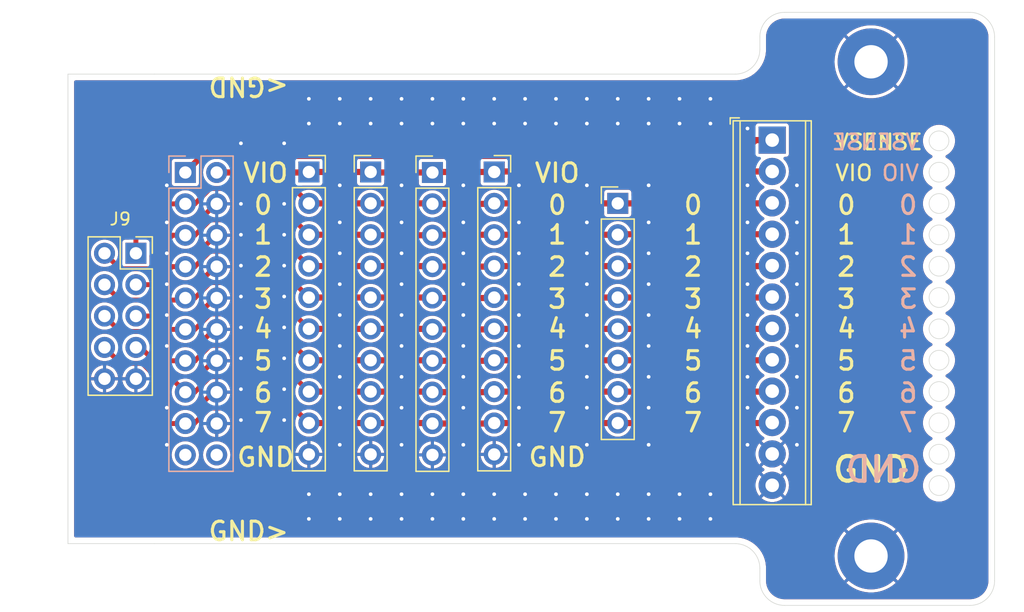
<source format=kicad_pcb>
(kicad_pcb (version 20240108) (generator "pcbnew") (generator_version "8.0")
  (layers (0 "F.Cu" signal) (31 "B.Cu" signal) (34 "B.Paste" user) (35 "F.Paste" user) (36 "B.SilkS" user "B.Silkscreen") (37 "F.SilkS" user "F.Silkscreen") (38 "B.Mask" user) (39 "F.Mask" user) (44 "Edge.Cuts" user))
  (net 0 "")
  (net 3 "VBUS")
  (net 4 "/D4")
  (net 5 "/D2")
  (net 6 "GND")
  (net 7 "/D7")
  (net 8 "/D0")
  (net 9 "/D1")
  (net 10 "/D3")
  (net 11 "/VSENSE")
  (net 12 "/D5")
  (net 13 "/D6")
  (footprint "Connector_PinSocket_2.54mm:PinSocket_2x05_P2.54mm_Vertical" (layer "F.Cu") (at 129.5 81.5)
    (property "Reference" "J9" (at -1.27 -2.77 0) (layer "F.SilkS"))
    (property "Value" "FX2LA")
    (fp_line (start -3.87 -1.33) (end -3.87 11.49) (stroke (width 0.12)) (layer "F.SilkS"))
    (fp_line (start -3.87 -1.33) (end -1.27 -1.33) (stroke (width 0.12)) (layer "F.SilkS"))
    (fp_line (start -3.87 11.49) (end 1.33 11.49) (stroke (width 0.12)) (layer "F.SilkS"))
    (fp_line (start -1.27 -1.33) (end -1.27 1.27) (stroke (width 0.12)) (layer "F.SilkS"))
    (fp_line (start -1.27 1.27) (end 1.33 1.27) (stroke (width 0.12)) (layer "F.SilkS"))
    (fp_line (start 0 -1.33) (end 1.33 -1.33) (stroke (width 0.12)) (layer "F.SilkS"))
    (fp_line (start 1.33 -1.33) (end 1.33 0) (stroke (width 0.12)) (layer "F.SilkS"))
    (fp_line (start 1.33 1.27) (end 1.33 11.49) (stroke (width 0.12)) (layer "F.SilkS"))
    (pad "1" thru_hole rect (at 0 0) (size 1.7 1.7) (drill 1) (layers "*.Cu" "*.Mask") (net 8 "/D0"))
    (pad "2" thru_hole oval (at -2.54 0) (size 1.7 1.7) (drill 1) (layers "*.Cu" "*.Mask") (net 9 "/D1"))
    (pad "3" thru_hole oval (at 0 2.54) (size 1.7 1.7) (drill 1) (layers "*.Cu" "*.Mask") (net 5 "/D2"))
    (pad "4" thru_hole oval (at -2.54 2.54) (size 1.7 1.7) (drill 1) (layers "*.Cu" "*.Mask") (net 10 "/D3"))
    (pad "5" thru_hole oval (at 0 5.08) (size 1.7 1.7) (drill 1) (layers "*.Cu" "*.Mask") (net 4 "/D4"))
    (pad "6" thru_hole oval (at -2.54 5.08) (size 1.7 1.7) (drill 1) (layers "*.Cu" "*.Mask") (net 12 "/D5"))
    (pad "7" thru_hole oval (at 0 7.62) (size 1.7 1.7) (drill 1) (layers "*.Cu" "*.Mask") (net 13 "/D6"))
    (pad "8" thru_hole oval (at -2.54 7.62) (size 1.7 1.7) (drill 1) (layers "*.Cu" "*.Mask") (net 7 "/D7"))
    (pad "9" thru_hole oval (at 0 10.16) (size 1.7 1.7) (drill 1) (layers "*.Cu" "*.Mask") (net 6 "GND"))
    (pad "10" thru_hole oval (at -2.54 10.16) (size 1.7 1.7) (drill 1) (layers "*.Cu" "*.Mask") (net 6 "GND"))
  )
  (footprint "Connector_PinHeader_2.54mm:PinHeader_1x10_P2.54mm_Vertical" (layer "F.Cu") (at 153.5 74.96)
    (property "Reference" "J5" (hide yes))
    (property "Value" "SignalsMale")
    (fp_line (start -1.33 -1.33) (end 0 -1.33) (stroke (width 0.12)) (layer "F.SilkS"))
    (fp_line (start -1.33 0) (end -1.33 -1.33) (stroke (width 0.12)) (layer "F.SilkS"))
    (fp_line (start -1.33 1.27) (end -1.33 24.19) (stroke (width 0.12)) (layer "F.SilkS"))
    (fp_line (start -1.33 1.27) (end 1.33 1.27) (stroke (width 0.12)) (layer "F.SilkS"))
    (fp_line (start -1.33 24.19) (end 1.33 24.19) (stroke (width 0.12)) (layer "F.SilkS"))
    (fp_line (start 1.33 1.27) (end 1.33 24.19) (stroke (width 0.12)) (layer "F.SilkS"))
    (pad "1" thru_hole rect (at 0 0) (size 1.7 1.7) (drill 1) (layers "*.Cu" "*.Mask") (net 3 "VBUS"))
    (pad "2" thru_hole oval (at 0 2.54) (size 1.7 1.7) (drill 1) (layers "*.Cu" "*.Mask") (net 8 "/D0"))
    (pad "3" thru_hole oval (at 0 5.08) (size 1.7 1.7) (drill 1) (layers "*.Cu" "*.Mask") (net 9 "/D1"))
    (pad "4" thru_hole oval (at 0 7.62) (size 1.7 1.7) (drill 1) (layers "*.Cu" "*.Mask") (net 5 "/D2"))
    (pad "5" thru_hole oval (at 0 10.16) (size 1.7 1.7) (drill 1) (layers "*.Cu" "*.Mask") (net 10 "/D3"))
    (pad "6" thru_hole oval (at 0 12.7) (size 1.7 1.7) (drill 1) (layers "*.Cu" "*.Mask") (net 4 "/D4"))
    (pad "7" thru_hole oval (at 0 15.24) (size 1.7 1.7) (drill 1) (layers "*.Cu" "*.Mask") (net 12 "/D5"))
    (pad "8" thru_hole oval (at 0 17.78) (size 1.7 1.7) (drill 1) (layers "*.Cu" "*.Mask") (net 13 "/D6"))
    (pad "9" thru_hole oval (at 0 20.32) (size 1.7 1.7) (drill 1) (layers "*.Cu" "*.Mask") (net 7 "/D7"))
    (pad "10" thru_hole oval (at 0 22.86) (size 1.7 1.7) (drill 1) (layers "*.Cu" "*.Mask") (net 6 "GND"))
  )
  (footprint "MountingHole:MountingHole_2.7mm_M2.5_Pad" (layer "F.Cu") (at 189 66)
    (property "Reference" "H1" (hide yes))
    (property "Value" "MountingHole_Pad")
    (pad "1" thru_hole circle (at 0 0) (size 5.4 5.4) (drill 2.7) (layers "*.Cu" "*.Mask") (net 6 "GND"))
  )
  (footprint "Connector_PinSocket_2.54mm:PinSocket_1x10_P2.54mm_Vertical" (layer "F.Cu") (at 143.5 74.92)
    (property "Reference" "J4" (hide yes))
    (property "Value" "SignalsFemale")
    (fp_line (start -1.33 1.27) (end -1.33 24.19) (stroke (width 0.12)) (layer "F.SilkS"))
    (fp_line (start -1.33 1.27) (end 1.33 1.27) (stroke (width 0.12)) (layer "F.SilkS"))
    (fp_line (start -1.33 24.19) (end 1.33 24.19) (stroke (width 0.12)) (layer "F.SilkS"))
    (fp_line (start 0 -1.33) (end 1.33 -1.33) (stroke (width 0.12)) (layer "F.SilkS"))
    (fp_line (start 1.33 -1.33) (end 1.33 0) (stroke (width 0.12)) (layer "F.SilkS"))
    (fp_line (start 1.33 1.27) (end 1.33 24.19) (stroke (width 0.12)) (layer "F.SilkS"))
    (pad "1" thru_hole rect (at 0 0) (size 1.7 1.7) (drill 1) (layers "*.Cu" "*.Mask") (net 3 "VBUS"))
    (pad "2" thru_hole oval (at 0 2.54) (size 1.7 1.7) (drill 1) (layers "*.Cu" "*.Mask") (net 8 "/D0"))
    (pad "3" thru_hole oval (at 0 5.08) (size 1.7 1.7) (drill 1) (layers "*.Cu" "*.Mask") (net 9 "/D1"))
    (pad "4" thru_hole oval (at 0 7.62) (size 1.7 1.7) (drill 1) (layers "*.Cu" "*.Mask") (net 5 "/D2"))
    (pad "5" thru_hole oval (at 0 10.16) (size 1.7 1.7) (drill 1) (layers "*.Cu" "*.Mask") (net 10 "/D3"))
    (pad "6" thru_hole oval (at 0 12.7) (size 1.7 1.7) (drill 1) (layers "*.Cu" "*.Mask") (net 4 "/D4"))
    (pad "7" thru_hole oval (at 0 15.24) (size 1.7 1.7) (drill 1) (layers "*.Cu" "*.Mask") (net 12 "/D5"))
    (pad "8" thru_hole oval (at 0 17.78) (size 1.7 1.7) (drill 1) (layers "*.Cu" "*.Mask") (net 13 "/D6"))
    (pad "9" thru_hole oval (at 0 20.32) (size 1.7 1.7) (drill 1) (layers "*.Cu" "*.Mask") (net 7 "/D7"))
    (pad "10" thru_hole oval (at 0 22.86) (size 1.7 1.7) (drill 1) (layers "*.Cu" "*.Mask") (net 6 "GND"))
  )
  (footprint "Connector_PinHeader_2.54mm:PinHeader_1x10_P2.54mm_Vertical" (layer "F.Cu") (at 148.5 74.92)
    (property "Reference" "J3" (hide yes))
    (property "Value" "SignalsMale")
    (fp_line (start -1.33 -1.33) (end 0 -1.33) (stroke (width 0.12)) (layer "F.SilkS"))
    (fp_line (start -1.33 0) (end -1.33 -1.33) (stroke (width 0.12)) (layer "F.SilkS"))
    (fp_line (start -1.33 1.27) (end -1.33 24.19) (stroke (width 0.12)) (layer "F.SilkS"))
    (fp_line (start -1.33 1.27) (end 1.33 1.27) (stroke (width 0.12)) (layer "F.SilkS"))
    (fp_line (start -1.33 24.19) (end 1.33 24.19) (stroke (width 0.12)) (layer "F.SilkS"))
    (fp_line (start 1.33 1.27) (end 1.33 24.19) (stroke (width 0.12)) (layer "F.SilkS"))
    (pad "1" thru_hole rect (at 0 0) (size 1.7 1.7) (drill 1) (layers "*.Cu" "*.Mask") (net 3 "VBUS"))
    (pad "2" thru_hole oval (at 0 2.54) (size 1.7 1.7) (drill 1) (layers "*.Cu" "*.Mask") (net 8 "/D0"))
    (pad "3" thru_hole oval (at 0 5.08) (size 1.7 1.7) (drill 1) (layers "*.Cu" "*.Mask") (net 9 "/D1"))
    (pad "4" thru_hole oval (at 0 7.62) (size 1.7 1.7) (drill 1) (layers "*.Cu" "*.Mask") (net 5 "/D2"))
    (pad "5" thru_hole oval (at 0 10.16) (size 1.7 1.7) (drill 1) (layers "*.Cu" "*.Mask") (net 10 "/D3"))
    (pad "6" thru_hole oval (at 0 12.7) (size 1.7 1.7) (drill 1) (layers "*.Cu" "*.Mask") (net 4 "/D4"))
    (pad "7" thru_hole oval (at 0 15.24) (size 1.7 1.7) (drill 1) (layers "*.Cu" "*.Mask") (net 12 "/D5"))
    (pad "8" thru_hole oval (at 0 17.78) (size 1.7 1.7) (drill 1) (layers "*.Cu" "*.Mask") (net 13 "/D6"))
    (pad "9" thru_hole oval (at 0 20.32) (size 1.7 1.7) (drill 1) (layers "*.Cu" "*.Mask") (net 7 "/D7"))
    (pad "10" thru_hole oval (at 0 22.86) (size 1.7 1.7) (drill 1) (layers "*.Cu" "*.Mask") (net 6 "GND"))
  )
  (footprint "MountingHole:MountingHole_2.7mm_M2.5_Pad" (layer "F.Cu") (at 189 106)
    (property "Reference" "H2" (hide yes))
    (property "Value" "MountingHole_Pad")
    (pad "1" thru_hole circle (at 0 0) (size 5.4 5.4) (drill 2.7) (layers "*.Cu" "*.Mask") (net 6 "GND"))
  )
  (footprint "Connector_PinHeader_2.54mm:PinHeader_1x08_P2.54mm_Vertical" (layer "F.Cu") (at 168.5 77.46)
    (property "Reference" "J7" (hide yes))
    (property "Value" "TestPoints")
    (fp_line (start -1.33 -1.33) (end 0 -1.33) (stroke (width 0.12)) (layer "F.SilkS"))
    (fp_line (start -1.33 0) (end -1.33 -1.33) (stroke (width 0.12)) (layer "F.SilkS"))
    (fp_line (start -1.33 1.27) (end -1.33 19.11) (stroke (width 0.12)) (layer "F.SilkS"))
    (fp_line (start -1.33 1.27) (end 1.33 1.27) (stroke (width 0.12)) (layer "F.SilkS"))
    (fp_line (start -1.33 19.11) (end 1.33 19.11) (stroke (width 0.12)) (layer "F.SilkS"))
    (fp_line (start 1.33 1.27) (end 1.33 19.11) (stroke (width 0.12)) (layer "F.SilkS"))
    (pad "1" thru_hole rect (at 0 0) (size 1.7 1.7) (drill 1) (layers "*.Cu" "*.Mask") (net 8 "/D0"))
    (pad "2" thru_hole oval (at 0 2.54) (size 1.7 1.7) (drill 1) (layers "*.Cu" "*.Mask") (net 9 "/D1"))
    (pad "3" thru_hole oval (at 0 5.08) (size 1.7 1.7) (drill 1) (layers "*.Cu" "*.Mask") (net 5 "/D2"))
    (pad "4" thru_hole oval (at 0 7.62) (size 1.7 1.7) (drill 1) (layers "*.Cu" "*.Mask") (net 10 "/D3"))
    (pad "5" thru_hole oval (at 0 10.16) (size 1.7 1.7) (drill 1) (layers "*.Cu" "*.Mask") (net 4 "/D4"))
    (pad "6" thru_hole oval (at 0 12.7) (size 1.7 1.7) (drill 1) (layers "*.Cu" "*.Mask") (net 12 "/D5"))
    (pad "7" thru_hole oval (at 0 15.24) (size 1.7 1.7) (drill 1) (layers "*.Cu" "*.Mask") (net 13 "/D6"))
    (pad "8" thru_hole oval (at 0 17.78) (size 1.7 1.7) (drill 1) (layers "*.Cu" "*.Mask") (net 7 "/D7"))
  )
  (footprint "TerminalBlock_Phoenix:TerminalBlock_Phoenix_MPT-0,5-12-2.54_1x12_P2.54mm_Horizontal" (layer "F.Cu") (at 181 72.34 -90)
    (property "Reference" "J2" (hide yes))
    (property "Value" "ScrewTerminals")
    (fp_line (start -1.8 3.4) (end -1.3 3.4) (stroke (width 0.12)) (layer "F.SilkS"))
    (fp_line (start -1.56 3.16) (end 29.501 3.16) (stroke (width 0.12)) (layer "F.SilkS"))
    (fp_line (start -1.8 2.66) (end -1.8 3.4) (stroke (width 0.12)) (layer "F.SilkS"))
    (fp_line (start -1.56 2.6) (end 29.501 2.6) (stroke (width 0.12)) (layer "F.SilkS"))
    (fp_line (start -1.56 -2.7) (end 29.501 -2.7) (stroke (width 0.12)) (layer "F.SilkS"))
    (fp_line (start -1.56 -3.16) (end -1.56 3.16) (stroke (width 0.12)) (layer "F.SilkS"))
    (fp_line (start -1.56 -3.16) (end 29.501 -3.16) (stroke (width 0.12)) (layer "F.SilkS"))
    (fp_line (start 29.501 -3.16) (end 29.501 3.16) (stroke (width 0.12)) (layer "F.SilkS"))
    (pad "1" thru_hole rect (at 0 0 270) (size 2.2 2.2) (drill 1.1) (layers "*.Cu" "*.Mask") (net 11 "/VSENSE"))
    (pad "2" thru_hole circle (at 2.54 0 270) (size 2.2 2.2) (drill 1.1) (layers "*.Cu" "*.Mask") (net 3 "VBUS"))
    (pad "3" thru_hole circle (at 5.079999 0 270) (size 2.2 2.2) (drill 1.1) (layers "*.Cu" "*.Mask") (net 8 "/D0"))
    (pad "4" thru_hole circle (at 7.62 0 270) (size 2.2 2.2) (drill 1.1) (layers "*.Cu" "*.Mask") (net 9 "/D1"))
    (pad "5" thru_hole circle (at 10.16 0 270) (size 2.2 2.2) (drill 1.1) (layers "*.Cu" "*.Mask") (net 5 "/D2"))
    (pad "6" thru_hole circle (at 12.7 0 270) (size 2.2 2.2) (drill 1.1) (layers "*.Cu" "*.Mask") (net 10 "/D3"))
    (pad "7" thru_hole circle (at 15.24 0 270) (size 2.2 2.2) (drill 1.1) (layers "*.Cu" "*.Mask") (net 4 "/D4"))
    (pad "8" thru_hole circle (at 17.780001 0 270) (size 2.2 2.2) (drill 1.1) (layers "*.Cu" "*.Mask") (net 12 "/D5"))
    (pad "9" thru_hole circle (at 20.32 0 270) (size 2.2 2.2) (drill 1.1) (layers "*.Cu" "*.Mask") (net 13 "/D6"))
    (pad "10" thru_hole circle (at 22.86 0 270) (size 2.2 2.2) (drill 1.1) (layers "*.Cu" "*.Mask") (net 7 "/D7"))
    (pad "11" thru_hole circle (at 25.4 0 270) (size 2.2 2.2) (drill 1.1) (layers "*.Cu" "*.Mask") (net 6 "GND"))
    (pad "12" thru_hole circle (at 27.939999 0 270) (size 2.2 2.2) (drill 1.1) (layers "*.Cu" "*.Mask") (net 6 "GND"))
  )
  (footprint "Connector_PinSocket_2.54mm:PinSocket_1x10_P2.54mm_Vertical" (layer "F.Cu") (at 158.5 74.92)
    (property "Reference" "J6" (hide yes))
    (property "Value" "SignalsFemale")
    (fp_line (start -1.33 1.27) (end -1.33 24.19) (stroke (width 0.12)) (layer "F.SilkS"))
    (fp_line (start -1.33 1.27) (end 1.33 1.27) (stroke (width 0.12)) (layer "F.SilkS"))
    (fp_line (start -1.33 24.19) (end 1.33 24.19) (stroke (width 0.12)) (layer "F.SilkS"))
    (fp_line (start 0 -1.33) (end 1.33 -1.33) (stroke (width 0.12)) (layer "F.SilkS"))
    (fp_line (start 1.33 -1.33) (end 1.33 0) (stroke (width 0.12)) (layer "F.SilkS"))
    (fp_line (start 1.33 1.27) (end 1.33 24.19) (stroke (width 0.12)) (layer "F.SilkS"))
    (pad "1" thru_hole rect (at 0 0) (size 1.7 1.7) (drill 1) (layers "*.Cu" "*.Mask") (net 3 "VBUS"))
    (pad "2" thru_hole oval (at 0 2.54) (size 1.7 1.7) (drill 1) (layers "*.Cu" "*.Mask") (net 8 "/D0"))
    (pad "3" thru_hole oval (at 0 5.08) (size 1.7 1.7) (drill 1) (layers "*.Cu" "*.Mask") (net 9 "/D1"))
    (pad "4" thru_hole oval (at 0 7.62) (size 1.7 1.7) (drill 1) (layers "*.Cu" "*.Mask") (net 5 "/D2"))
    (pad "5" thru_hole oval (at 0 10.16) (size 1.7 1.7) (drill 1) (layers "*.Cu" "*.Mask") (net 10 "/D3"))
    (pad "6" thru_hole oval (at 0 12.7) (size 1.7 1.7) (drill 1) (layers "*.Cu" "*.Mask") (net 4 "/D4"))
    (pad "7" thru_hole oval (at 0 15.24) (size 1.7 1.7) (drill 1) (layers "*.Cu" "*.Mask") (net 12 "/D5"))
    (pad "8" thru_hole oval (at 0 17.78) (size 1.7 1.7) (drill 1) (layers "*.Cu" "*.Mask") (net 13 "/D6"))
    (pad "9" thru_hole oval (at 0 20.32) (size 1.7 1.7) (drill 1) (layers "*.Cu" "*.Mask") (net 7 "/D7"))
    (pad "10" thru_hole oval (at 0 22.86) (size 1.7 1.7) (drill 1) (layers "*.Cu" "*.Mask") (net 6 "GND"))
  )
  (footprint "Connector_PinSocket_2.54mm:PinSocket_2x10_P2.54mm_Vertical" (layer "B.Cu") (at 133.5 74.96 180)
    (property "Reference" "J1" (hide yes))
    (property "Value" "Glasgow")
    (fp_line (start 1.33 1.33) (end 0 1.33) (stroke (width 0.12)) (layer "B.SilkS"))
    (fp_line (start 1.33 0) (end 1.33 1.33) (stroke (width 0.12)) (layer "B.SilkS"))
    (fp_line (start 1.33 -1.27) (end -1.27 -1.27) (stroke (width 0.12)) (layer "B.SilkS"))
    (fp_line (start 1.33 -24.19) (end 1.33 -1.27) (stroke (width 0.12)) (layer "B.SilkS"))
    (fp_line (start 1.33 -24.19) (end -3.87 -24.19) (stroke (width 0.12)) (layer "B.SilkS"))
    (fp_line (start -1.27 1.33) (end -3.87 1.33) (stroke (width 0.12)) (layer "B.SilkS"))
    (fp_line (start -1.27 -1.27) (end -1.27 1.33) (stroke (width 0.12)) (layer "B.SilkS"))
    (fp_line (start -3.87 -24.19) (end -3.87 1.33) (stroke (width 0.12)) (layer "B.SilkS"))
    (pad "1" thru_hole rect (at 0 0 180) (size 1.7 1.7) (drill 1) (layers "*.Cu" "*.Mask") (net 11 "/VSENSE"))
    (pad "2" thru_hole oval (at -2.54 0 180) (size 1.7 1.7) (drill 1) (layers "*.Cu" "*.Mask") (net 3 "VBUS"))
    (pad "3" thru_hole oval (at 0 -2.54 180) (size 1.7 1.7) (drill 1) (layers "*.Cu" "*.Mask") (net 8 "/D0"))
    (pad "4" thru_hole oval (at -2.54 -2.54 180) (size 1.7 1.7) (drill 1) (layers "*.Cu" "*.Mask") (net 6 "GND"))
    (pad "5" thru_hole oval (at 0 -5.08 180) (size 1.7 1.7) (drill 1) (layers "*.Cu" "*.Mask") (net 9 "/D1"))
    (pad "6" thru_hole oval (at -2.54 -5.08 180) (size 1.7 1.7) (drill 1) (layers "*.Cu" "*.Mask") (net 6 "GND"))
    (pad "7" thru_hole oval (at 0 -7.62 180) (size 1.7 1.7) (drill 1) (layers "*.Cu" "*.Mask") (net 5 "/D2"))
    (pad "8" thru_hole oval (at -2.54 -7.62 180) (size 1.7 1.7) (drill 1) (layers "*.Cu" "*.Mask") (net 6 "GND"))
    (pad "9" thru_hole oval (at 0 -10.16 180) (size 1.7 1.7) (drill 1) (layers "*.Cu" "*.Mask") (net 10 "/D3"))
    (pad "10" thru_hole oval (at -2.54 -10.16 180) (size 1.7 1.7) (drill 1) (layers "*.Cu" "*.Mask") (net 6 "GND"))
    (pad "11" thru_hole oval (at 0 -12.7 180) (size 1.7 1.7) (drill 1) (layers "*.Cu" "*.Mask") (net 4 "/D4"))
    (pad "12" thru_hole oval (at -2.54 -12.7 180) (size 1.7 1.7) (drill 1) (layers "*.Cu" "*.Mask") (net 6 "GND"))
    (pad "13" thru_hole oval (at 0 -15.24 180) (size 1.7 1.7) (drill 1) (layers "*.Cu" "*.Mask") (net 12 "/D5"))
    (pad "14" thru_hole oval (at -2.54 -15.24 180) (size 1.7 1.7) (drill 1) (layers "*.Cu" "*.Mask") (net 6 "GND"))
    (pad "15" thru_hole oval (at 0 -17.78 180) (size 1.7 1.7) (drill 1) (layers "*.Cu" "*.Mask") (net 13 "/D6"))
    (pad "16" thru_hole oval (at -2.54 -17.78 180) (size 1.7 1.7) (drill 1) (layers "*.Cu" "*.Mask") (net 6 "GND"))
    (pad "17" thru_hole oval (at 0 -20.32 180) (size 1.7 1.7) (drill 1) (layers "*.Cu" "*.Mask") (net 7 "/D7"))
    (pad "18" thru_hole oval (at -2.54 -20.32 180) (size 1.7 1.7) (drill 1) (layers "*.Cu" "*.Mask") (net 6 "GND"))
    (pad "19" thru_hole oval (at 0 -22.86 180) (size 1.7 1.7) (drill 1) (layers "*.Cu" "*.Mask"))
    (pad "20" thru_hole oval (at -2.54 -22.86 180) (size 1.7 1.7) (drill 1) (layers "*.Cu" "*.Mask"))
  )
  (gr_circle (center 194.5 85.081815) (end 195.3 85.081815) (stroke (width 0.05)) (fill none) (layer "Edge.Cuts"))
  (gr_circle (center 194.5 80.009089) (end 195.3 80.009089) (stroke (width 0.05)) (fill none) (layer "Edge.Cuts"))
  (gr_arc (start 199 108) (mid 198.414214 109.414214) (end 197 110) (stroke (width 0.05)) (layer "Edge.Cuts"))
  (gr_circle (center 194.5 100.3) (end 195.3 100.3) (stroke (width 0.05)) (fill none) (layer "Edge.Cuts"))
  (gr_circle (center 194.5 92.690904) (end 195.3 92.690904) (stroke (width 0.05)) (fill none) (layer "Edge.Cuts"))
  (gr_circle (center 194.5 90.154541) (end 195.3 90.154541) (stroke (width 0.05)) (fill none) (layer "Edge.Cuts"))
  (gr_arc (start 197 62) (mid 198.414214 62.585786) (end 199 64) (stroke (width 0.05)) (layer "Edge.Cuts"))
  (gr_arc (start 180 65) (mid 179.414214 66.414214) (end 178 67) (stroke (width 0.05)) (layer "Edge.Cuts"))
  (gr_arc (start 182 110) (mid 180.585786 109.414214) (end 180 108) (stroke (width 0.05)) (layer "Edge.Cuts"))
  (gr_line (start 182 62) (end 197 62) (stroke (width 0.05)) (layer "Edge.Cuts"))
  (gr_circle (center 194.5 95.227267) (end 195.3 95.227267) (stroke (width 0.05)) (fill none) (layer "Edge.Cuts"))
  (gr_line (start 131 105) (end 178 105) (stroke (width 0.05)) (layer "Edge.Cuts"))
  (gr_line (start 124 105) (end 131 105) (stroke (width 0.05)) (layer "Edge.Cuts"))
  (gr_circle (center 194.5 74.936363) (end 195.3 74.936363) (stroke (width 0.05)) (fill none) (layer "Edge.Cuts"))
  (gr_arc (start 178 105) (mid 179.414214 105.585786) (end 180 107) (stroke (width 0.05)) (layer "Edge.Cuts"))
  (gr_circle (center 194.5 77.472726) (end 195.3 77.472726) (stroke (width 0.05)) (fill none) (layer "Edge.Cuts"))
  (gr_line (start 180 108) (end 180 107) (stroke (width 0.05)) (layer "Edge.Cuts"))
  (gr_circle (center 194.5 87.618178) (end 195.3 87.618178) (stroke (width 0.05)) (fill none) (layer "Edge.Cuts"))
  (gr_line (start 182 110) (end 197 110) (stroke (width 0.05)) (layer "Edge.Cuts"))
  (gr_line (start 180 65) (end 180 64) (stroke (width 0.05)) (layer "Edge.Cuts"))
  (gr_arc (start 180 64) (mid 180.585786 62.585786) (end 182 62) (stroke (width 0.05)) (layer "Edge.Cuts"))
  (gr_line (start 199 64) (end 199 108) (stroke (width 0.05)) (layer "Edge.Cuts"))
  (gr_line (start 124 67) (end 124 105) (stroke (width 0.05)) (layer "Edge.Cuts"))
  (gr_circle (center 194.5 82.545452) (end 195.3 82.545452) (stroke (width 0.05)) (fill none) (layer "Edge.Cuts"))
  (gr_line (start 131 67) (end 124 67) (stroke (width 0.05)) (layer "Edge.Cuts"))
  (gr_line (start 131 67) (end 178 67) (stroke (width 0.05)) (layer "Edge.Cuts"))
  (gr_circle (center 194.5 72.4) (end 195.3 72.4) (stroke (width 0.05)) (fill none) (layer "Edge.Cuts"))
  (gr_circle (center 194.5 97.76363) (end 195.3 97.76363) (stroke (width 0.05)) (fill none) (layer "Edge.Cuts"))
  (gr_text "4" (at 192 87.6 -0) (layer "B.SilkS") (effects (font (size 1.5 1.5) (thickness 0.25) (bold yes)) (justify mirror)))
  (gr_text "VSENSE" (at 193 72.5 -0) (layer "B.SilkS") (effects (font (size 1.25 1.25) (thickness 0.2)) (justify left mirror)))
  (gr_text "GND" (at 190 99 -0) (layer "B.SilkS") (effects (font (size 2 2) (thickness 0.333) (bold yes)) (justify mirror)))
  (gr_text "VIO" (at 193 75 -0) (layer "B.SilkS") (effects (font (size 1.25 1.25) (thickness 0.2)) (justify left mirror)))
  (gr_text "5" (at 192 90.2 -0) (layer "B.SilkS") (effects (font (size 1.5 1.5) (thickness 0.25) (bold yes)) (justify mirror)))
  (gr_text "7" (at 192 95.2 -0) (layer "B.SilkS") (effects (font (size 1.5 1.5) (thickness 0.25) (bold yes)) (justify mirror)))
  (gr_text "2" (at 192 82.6 -0) (layer "B.SilkS") (effects (font (size 1.5 1.5) (thickness 0.25) (bold yes)) (justify mirror)))
  (gr_text "0" (at 192 77.6 -0) (layer "B.SilkS") (effects (font (size 1.5 1.5) (thickness 0.25) (bold yes)) (justify mirror)))
  (gr_text "1" (at 192 80 -0) (layer "B.SilkS") (effects (font (size 1.5 1.5) (thickness 0.25) (bold yes)) (justify mirror)))
  (gr_text "6" (at 192 92.8 -0) (layer "B.SilkS") (effects (font (size 1.5 1.5) (thickness 0.25) (bold yes)) (justify mirror)))
  (gr_text "3\n" (at 192 85.2 -0) (layer "B.SilkS") (effects (font (size 1.5 1.5) (thickness 0.25) (bold yes)) (justify mirror)))
  (gr_text "6" (at 174.6 92.8 0) (layer "F.SilkS") (effects (font (size 1.5 1.5) (thickness 0.25) (bold yes))))
  (gr_text "<GND" (at 142 68 180) (layer "F.SilkS") (effects (font (size 1.5 1.5) (thickness 0.25) (bold yes)) (justify left)))
  (gr_text "1" (at 139.8 80 0) (layer "F.SilkS") (effects (font (size 1.5 1.5) (thickness 0.25) (bold yes))))
  (gr_text "GND" (at 140 98 0) (layer "F.SilkS") (effects (font (size 1.5 1.5) (thickness 0.25) (bold yes))))
  (gr_text "5" (at 187 90.2 0) (layer "F.SilkS") (effects (font (size 1.5 1.5) (thickness 0.25) (bold yes))))
  (gr_text "4" (at 163.6 87.6 0) (layer "F.SilkS") (effects (font (size 1.5 1.5) (thickness 0.25) (bold yes))))
  (gr_text "2" (at 163.6 82.6 0) (layer "F.SilkS") (effects (font (size 1.5 1.5) (thickness 0.25) (bold yes))))
  (gr_text "GND" (at 189 99 0) (layer "F.SilkS") (effects (font (size 2 2) (thickness 0.333) (bold yes))))
  (gr_text "4" (at 174.6 87.6 0) (layer "F.SilkS") (effects (font (size 1.5 1.5) (thickness 0.25) (bold yes))))
  (gr_text "3\n" (at 163.6 85.2 0) (layer "F.SilkS") (effects (font (size 1.5 1.5) (thickness 0.25) (bold yes))))
  (gr_text "6" (at 187 92.8 0) (layer "F.SilkS") (effects (font (size 1.5 1.5) (thickness 0.25) (bold yes))))
  (gr_text "6" (at 163.6 92.8 0) (layer "F.SilkS") (effects (font (size 1.5 1.5) (thickness 0.25) (bold yes))))
  (gr_text "GND" (at 163.6 98 0) (layer "F.SilkS") (effects (font (size 1.5 1.5) (thickness 0.25) (bold yes))))
  (gr_text "0" (at 187 77.6 0) (layer "F.SilkS") (effects (font (size 1.5 1.5) (thickness 0.25) (bold yes))))
  (gr_text "5" (at 163.6 90.2 0) (layer "F.SilkS") (effects (font (size 1.5 1.5) (thickness 0.25) (bold yes))))
  (gr_text "1" (at 163.6 80 0) (layer "F.SilkS") (effects (font (size 1.5 1.5) (thickness 0.25) (bold yes))))
  (gr_text "GND>" (at 142 104 0) (layer "F.SilkS") (effects (font (size 1.5 1.5) (thickness 0.25) (bold yes)) (justify right)))
  (gr_text "7" (at 139.8 95.2 0) (layer "F.SilkS") (effects (font (size 1.5 1.5) (thickness 0.25) (bold yes))))
  (gr_text "VSENSE" (at 186 72.5 0) (layer "F.SilkS") (effects (font (size 1.25 1.25) (thickness 0.2)) (justify left)))
  (gr_text "2" (at 187 82.6 0) (layer "F.SilkS") (effects (font (size 1.5 1.5) (thickness 0.25) (bold yes))))
  (gr_text "7" (at 174.6 95.2 0) (layer "F.SilkS") (effects (font (size 1.5 1.5) (thickness 0.25) (bold yes))))
  (gr_text "VIO\n" (at 163.6 75 0) (layer "F.SilkS") (effects (font (size 1.5 1.5) (thickness 0.25) (bold yes))))
  (gr_text "5" (at 139.8 90.2 0) (layer "F.SilkS") (effects (font (size 1.5 1.5) (thickness 0.25) (bold yes))))
  (gr_text "6" (at 139.8 92.8 0) (layer "F.SilkS") (effects (font (size 1.5 1.5) (thickness 0.25) (bold yes))))
  (gr_text "3\n" (at 187 85.2 0) (layer "F.SilkS") (effects (font (size 1.5 1.5) (thickness 0.25) (bold yes))))
  (gr_text "2" (at 174.6 82.6 0) (layer "F.SilkS") (effects (font (size 1.5 1.5) (thickness 0.25) (bold yes))))
  (gr_text "7" (at 163.6 95.2 0) (layer "F.SilkS") (effects (font (size 1.5 1.5) (thickness 0.25) (bold yes))))
  (gr_text "3\n" (at 174.6 85.2 0) (layer "F.SilkS") (effects (font (size 1.5 1.5) (thickness 0.25) (bold yes))))
  (gr_text "0" (at 174.6 77.6 0) (layer "F.SilkS") (effects (font (size 1.5 1.5) (thickness 0.25) (bold yes))))
  (gr_text "5" (at 174.6 90.2 0) (layer "F.SilkS") (effects (font (size 1.5 1.5) (thickness 0.25) (bold yes))))
  (gr_text "2" (at 139.8 82.6 0) (layer "F.SilkS") (effects (font (size 1.5 1.5) (thickness 0.25) (bold yes))))
  (gr_text "1" (at 174.6 80 0) (layer "F.SilkS") (effects (font (size 1.5 1.5) (thickness 0.25) (bold yes))))
  (gr_text "0" (at 139.8 77.6 0) (layer "F.SilkS") (effects (font (size 1.5 1.5) (thickness 0.25) (bold yes))))
  (gr_text "VIO" (at 186 75 0) (layer "F.SilkS") (effects (font (size 1.25 1.25) (thickness 0.2)) (justify left)))
  (gr_text "3\n" (at 139.8 85.2 0) (layer "F.SilkS") (effects (font (size 1.5 1.5) (thickness 0.25) (bold yes))))
  (gr_text "1" (at 187 80 0) (layer "F.SilkS") (effects (font (size 1.5 1.5) (thickness 0.25) (bold yes))))
  (gr_text "4" (at 187 87.6 0) (layer "F.SilkS") (effects (font (size 1.5 1.5) (thickness 0.25) (bold yes))))
  (gr_text "4" (at 139.8 87.6 0) (layer "F.SilkS") (effects (font (size 1.5 1.5) (thickness 0.25) (bold yes))))
  (gr_text "VIO" (at 140 75 0) (layer "F.SilkS") (effects (font (size 1.5 1.5) (thickness 0.25) (bold yes))))
  (gr_text "7" (at 187 95.2 0) (layer "F.SilkS") (effects (font (size 1.5 1.5) (thickness 0.25) (bold yes))))
  (gr_text "0" (at 163.6 77.6 0) (layer "F.SilkS") (effects (font (size 1.5 1.5) (thickness 0.25) (bold yes))))
  (segment (start 158.92 74.92) (end 158.96 74.88) (width 0.5) (layer "F.Cu") (net 3))
  (segment (start 143.5 74.92) (end 148.5 74.92) (width 0.5) (layer "F.Cu") (net 3))
  (segment (start 136.04 74.96) (end 143.46 74.96) (width 0.5) (layer "F.Cu") (net 3))
  (segment (start 158.96 74.88) (end 181 74.88) (width 0.5) (layer "F.Cu") (net 3))
  (segment (start 148.5 74.92) (end 148.92 74.92) (width 0.5) (layer "F.Cu") (net 3))
  (segment (start 153.96 74.96) (end 154 74.92) (width 0.5) (layer "F.Cu") (net 3))
  (segment (start 153.5 74.96) (end 153.96 74.96) (width 0.5) (layer "F.Cu") (net 3))
  (segment (start 154 74.92) (end 158.5 74.92) (width 0.5) (layer "F.Cu") (net 3))
  (segment (start 136.04 74.96) (end 135.892994 74.96) (width 0.5) (layer "F.Cu") (net 3))
  (segment (start 148.92 74.92) (end 148.96 74.96) (width 0.5) (layer "F.Cu") (net 3))
  (segment (start 143.46 74.96) (end 143.5 74.92) (width 0.5) (layer "F.Cu") (net 3))
  (segment (start 148.96 74.96) (end 153.5 74.96) (width 0.5) (layer "F.Cu") (net 3))
  (segment (start 158.5 74.92) (end 158.92 74.92) (width 0.5) (layer "F.Cu") (net 3))
  (segment (start 148.5 87.62) (end 153.46 87.62) (width 0.5) (layer "F.Cu") (net 4))
  (segment (start 158.46 87.66) (end 158.5 87.62) (width 0.5) (layer "F.Cu") (net 4))
  (segment (start 129.5 86.58) (end 130.702081 86.58) (width 0.4) (layer "F.Cu") (net 4))
  (segment (start 158.5 87.62) (end 168.5 87.62) (width 0.5) (layer "F.Cu") (net 4))
  (segment (start 133.5 87.66) (end 134.272233 87.66) (width 0.4) (layer "F.Cu") (net 4))
  (segment (start 142.29 86.41) (end 143.5 87.62) (width 0.4) (layer "F.Cu") (net 4))
  (segment (start 135.522233 86.41) (end 142.29 86.41) (width 0.4) (layer "F.Cu") (net 4))
  (segment (start 180.96 87.62) (end 181 87.58) (width 0.5) (layer "F.Cu") (net 4))
  (segment (start 153.5 87.66) (end 158.46 87.66) (width 0.5) (layer "F.Cu") (net 4))
  (segment (start 130.702081 86.58) (end 131.782081 87.66) (width 0.4) (layer "F.Cu") (net 4))
  (segment (start 153.46 87.62) (end 153.5 87.66) (width 0.5) (layer "F.Cu") (net 4))
  (segment (start 143.5 87.62) (end 148.5 87.62) (width 0.5) (layer "F.Cu") (net 4))
  (segment (start 168.5 87.62) (end 180.96 87.62) (width 0.5) (layer "F.Cu") (net 4))
  (segment (start 134.272233 87.66) (end 135.522233 86.41) (width 0.4) (layer "F.Cu") (net 4))
  (segment (start 131.782081 87.66) (end 133.5 87.66) (width 0.4) (layer "F.Cu") (net 4))
  (segment (start 133.5 82.58) (end 134.272233 82.58) (width 0.4) (layer "F.Cu") (net 5))
  (segment (start 132.43005 82.58) (end 133.5 82.58) (width 0.4) (layer "F.Cu") (net 5))
  (segment (start 135.522233 81.33) (end 142.29 81.33) (width 0.4) (layer "F.Cu") (net 5))
  (segment (start 129.5 84.04) (end 130.97005 84.04) (width 0.4) (layer "F.Cu") (net 5))
  (segment (start 158.5 82.54) (end 168.5 82.54) (width 0.5) (layer "F.Cu") (net 5))
  (segment (start 142.29 81.33) (end 143.5 82.54) (width 0.4) (layer "F.Cu") (net 5))
  (segment (start 153.46 82.54) (end 153.5 82.58) (width 0.5) (layer "F.Cu") (net 5))
  (segment (start 134.272233 82.58) (end 135.522233 81.33) (width 0.4) (layer "F.Cu") (net 5))
  (segment (start 158.46 82.58) (end 158.5 82.54) (width 0.5) (layer "F.Cu") (net 5))
  (segment (start 143.5 82.54) (end 148.5 82.54) (width 0.5) (layer "F.Cu") (net 5))
  (segment (start 153.5 82.58) (end 158.46 82.58) (width 0.5) (layer "F.Cu") (net 5))
  (segment (start 130.97005 84.04) (end 132.43005 82.58) (width 0.4) (layer "F.Cu") (net 5))
  (segment (start 180.96 82.54) (end 181 82.5) (width 0.5) (layer "F.Cu") (net 5))
  (segment (start 148.5 82.54) (end 153.46 82.54) (width 0.5) (layer "F.Cu") (net 5))
  (segment (start 168.5 82.54) (end 180.96 82.54) (width 0.5) (layer "F.Cu") (net 5))
  (segment (start 136.04 92.74) (end 135.76 92.74) (width 0.4) (layer "F.Cu") (net 6))
  (segment (start 136.04 77.5) (end 135.963705 77.5) (width 0.4) (layer "F.Cu") (net 6))
  (segment (start 135.96 80.04) (end 135 81) (width 0.4) (layer "F.Cu") (net 6))
  (segment (start 135.88 85.12) (end 135 86) (width 0.4) (layer "F.Cu") (net 6))
  (segment (start 135.76 92.74) (end 135 93.5) (width 0.4) (layer "F.Cu") (net 6))
  (segment (start 135.84 87.66) (end 135 88.5) (width 0.4) (layer "F.Cu") (net 6))
  (segment (start 136.04 90.2) (end 135.8 90.2) (width 0.4) (layer "F.Cu") (net 6))
  (segment (start 136.04 87.66) (end 135.84 87.66) (width 0.4) (layer "F.Cu") (net 6))
  (segment (start 135.92 82.58) (end 135 83.5) (width 0.4) (layer "F.Cu") (net 6))
  (segment (start 136.04 82.58) (end 135.92 82.58) (width 0.4) (layer "F.Cu") (net 6))
  (segment (start 135.963705 77.5) (end 134.981852 78.481853) (width 0.4) (layer "F.Cu") (net 6))
  (segment (start 136.04 80.04) (end 135.96 80.04) (width 0.4) (layer "F.Cu") (net 6))
  (segment (start 136.04 85.12) (end 135.88 85.12) (width 0.4) (layer "F.Cu") (net 6))
  (segment (start 135.8 90.2) (end 135 91) (width 0.4) (layer "F.Cu") (net 6))
  (via (at 160.5 79) (size 0.6) (drill 0.3) (layers "F.Cu" "B.Cu") (net 6))
  (via (at 176 69) (size 0.6) (drill 0.3) (layers "F.Cu" "B.Cu") (net 6))
  (via (at 156 101) (size 0.6) (drill 0.3) (layers "F.Cu" "B.Cu") (net 6))
  (via (at 163.5 71) (size 0.6) (drill 0.3) (layers "F.Cu" "B.Cu") (net 6))
  (via (at 138 80) (size 0.6) (drill 0.3) (layers "F.Cu" "B.Cu") (net 6))
  (via (at 166 71) (size 0.6) (drill 0.3) (layers "F.Cu" "B.Cu") (net 6))
  (via (at 146 76) (size 0.6) (drill 0.3) (layers "F.Cu" "B.Cu") (net 6))
  (via (at 146 84) (size 0.6) (drill 0.3) (layers "F.Cu" "B.Cu") (net 6))
  (via (at 166 89) (size 0.6) (drill 0.3) (layers "F.Cu" "B.Cu") (net 6))
  (via (at 141.5 90) (size 0.6) (drill 0.3) (layers "F.Cu" "B.Cu") (net 6))
  (via (at 151 84) (size 0.6) (drill 0.3) (layers "F.Cu" "B.Cu") (net 6))
  (via (at 151 94) (size 0.6) (drill 0.3) (layers "F.Cu" "B.Cu") (net 6))
  (via (at 141.5 80) (size 0.6) (drill 0.3) (layers "F.Cu" "B.Cu") (net 6))
  (via (at 148.5 103) (size 0.6) (drill 0.3) (layers "F.Cu" "B.Cu") (net 6))
  (via (at 166 97) (size 0.6) (drill 0.3) (layers "F.Cu" "B.Cu") (net 6))
  (via (at 143.5 71) (size 0.6) (drill 0.3) (layers "F.Cu" "B.Cu") (net 6))
  (via (at 151 71) (size 0.6) (drill 0.3) (layers "F.Cu" "B.Cu") (net 6))
  (via (at 179 97) (size 0.6) (drill 0.3) (layers "F.Cu" "B.Cu") (net 6))
  (via (at 151 101) (size 0.6) (drill 0.3) (layers "F.Cu" "B.Cu") (net 6))
  (via (at 166 101) (size 0.6) (drill 0.3) (layers "F.Cu" "B.Cu") (net 6))
  (via (at 173.5 71) (size 0.6) (drill 0.3) (layers "F.Cu" "B.Cu") (net 6))
  (via (at 138 77.5) (size 0.6) (drill 0.3) (layers "F.Cu" "B.Cu") (net 6))
  (via (at 156 86.5) (size 0.6) (drill 0.3) (layers "F.Cu" "B.Cu") (net 6))
  (via (at 161 103) (size 0.6) (drill 0.3) (layers "F.Cu" "B.Cu") (net 6))
  (via (at 132 81.5) (size 0.6) (drill 0.3) (layers "F.Cu" "B.Cu") (net 6))
  (via (at 163.5 101) (size 0.6) (drill 0.3) (layers "F.Cu" "B.Cu") (net 6))
  (via (at 179 76) (size 0.6) (drill 0.3) (layers "F.Cu" "B.Cu") (net 6))
  (via (at 168.5 69) (size 0.6) (drill 0.3) (layers "F.Cu" "B.Cu") (net 6))
  (via (at 171 79) (size 0.6) (drill 0.3) (layers "F.Cu" "B.Cu") (net 6))
  (via (at 171 86.5) (size 0.6) (drill 0.3) (layers "F.Cu" "B.Cu") (net 6))
  (via (at 161 101) (size 0.6) (drill 0.3) (layers "F.Cu" "B.Cu") (net 6))
  (via (at 158.5 71) (size 0.6) (drill 0.3) (layers "F.Cu" "B.Cu") (net 6))
  (via (at 156 79) (size 0.6) (drill 0.3) (layers "F.Cu" "B.Cu") (net 6))
  (via (at 151 86.5) (size 0.6) (drill 0.3) (layers "F.Cu" "B.Cu") (net 6))
  (via (at 171 103) (size 0.6) (drill 0.3) (layers "F.Cu" "B.Cu") (net 6))
  (via (at 146 69) (size 0.6) (drill 0.3) (layers "F.Cu" "B.Cu") (net 6))
  (via (at 166 91.5) (size 0.6) (drill 0.3) (layers "F.Cu" "B.Cu") (net 6))
  (via (at 141.5 82.5) (size 0.6) (drill 0.3) (layers "F.Cu" "B.Cu") (net 6))
  (via (at 156 76) (size 0.6) (drill 0.3) (layers "F.Cu" "B.Cu") (net 6))
  (via (at 146 81.5) (size 0.6) (drill 0.3) (layers "F.Cu" "B.Cu") (net 6))
  (via (at 146 91.5) (size 0.6) (drill 0.3) (layers "F.Cu" "B.Cu") (net 6))
  (via (at 156 89) (size 0.6) (drill 0.3) (layers "F.Cu" "B.Cu") (net 6))
  (via (at 138 72.6) (size 0.6) (drill 0.3) (layers "F.Cu" "B.Cu") (net 6))
  (via (at 141.5 87.5) (size 0.6) (drill 0.3) (layers "F.Cu" "B.Cu") (net 6))
  (via (at 171 101) (size 0.6) (drill 0.3) (layers "F.Cu" "B.Cu") (net 6))
  (via (at 141.5 85) (size 0.6) (drill 0.3) (layers "F.Cu" "B.Cu") (net 6))
  (via (at 183 76) (size 0.6) (drill 0.3) (layers "F.Cu" "B.Cu") (net 6))
  (via (at 176 71) (size 0.6) (drill 0.3) (layers "F.Cu" "B.Cu") (net 6))
  (via (at 141.5 92.5) (size 0.6) (drill 0.3) (layers "F.Cu" "B.Cu") (net 6))
  (via (at 173.5 69) (size 0.6) (drill 0.3) (layers "F.Cu" "B.Cu") (net 6))
  (via (at 146 89) (size 0.6) (drill 0.3) (layers "F.Cu" "B.Cu") (net 6))
  (via (at 166 86.5) (size 0.6) (drill 0.3) (layers "F.Cu" "B.Cu") (net 6))
  (via (at 138 85) (size 0.6) (drill 0.3) (layers "F.Cu" "B.Cu") (net 6))
  (via (at 151 76) (size 0.6) (drill 0.3) (layers "F.Cu" "B.Cu") (net 6))
  (via (at 171 69) (size 0.6) (drill 0.3) (layers "F.Cu" "B.Cu") (net 6))
  (via (at 160.5 86.5) (size 0.6) (drill 0.3) (layers "F.Cu" "B.Cu") (net 6))
  (via (at 156 69) (size 0.6) (drill 0.3) (layers "F.Cu" "B.Cu") (net 6))
  (via (at 132 76) (size 0.6) (drill 0.3) (layers "F.Cu" "B.Cu") (net 6))
  (via (at 179 79) (size 0.6) (drill 0.3) (layers "F.Cu" "B.Cu") (net 6))
  (via (at 183 89) (size 0.6) (drill 0.3) (layers "F.Cu" "B.Cu") (net 6))
  (via (at 151 79) (size 0.6) (drill 0.3) (layers "F.Cu" "B.Cu") (net 6))
  (via (at 171 81.5) (size 0.6) (drill 0.3) (layers "F.Cu" "B.Cu") (net 6))
  (via (at 183 94) (size 0.6) (drill 0.3) (layers "F.Cu" "B.Cu") (net 6))
  (via (at 183 79) (size 0.6) (drill 0.3) (layers "F.Cu" "B.Cu") (net 6))
  (via (at 143.5 101) (size 0.6) (drill 0.3) (layers "F.Cu" "B.Cu") (net 6))
  (via (at 171 84) (size 0.6) (drill 0.3) (layers "F.Cu" "B.Cu") (net 6))
  (via (at 156 94) (size 0.6) (drill 0.3) (layers "F.Cu" "B.Cu") (net 6))
  (via (at 163.5 69) (size 0.6) (drill 0.3) (layers "F.Cu" "B.Cu") (net 6))
  (via (at 151 81.5) (size 0.6) (drill 0.3) (layers "F.Cu" "B.Cu") (net 6))
  (via (at 156 81.5) (size 0.6) (drill 0.3) (layers "F.Cu" "B.Cu") (net 6))
  (via (at 173.5 103) (size 0.6) (drill 0.3) (layers "F.Cu" "B.Cu") (net 6))
  (via (at 141.5 77.5) (size 0.6) (drill 0.3) (layers "F.Cu" "B.Cu") (net 6))
  (via (at 146 94) (size 0.6) (drill 0.3) (layers "F.Cu" "B.Cu") (net 6))
  (via (at 138 87.5) (size 0.6) (drill 0.3) (layers "F.Cu" "B.Cu") (net 6))
  (via (at 141.5 72.6) (size 0.6) (drill 0.3) (layers "F.Cu" "B.Cu") (net 6))
  (via (at 166 103) (size 0.6) (drill 0.3) (layers "F.Cu" "B.Cu") (net 6))
  (via (at 171 91.5) (size 0.6) (drill 0.3) (layers "F.Cu" "B.Cu") (net 6))
  (via (at 153.5 103) (size 0.6) (drill 0.3) (layers "F.Cu" "B.Cu") (net 6))
  (via (at 160.5 91.5) (size 0.6) (drill 0.3) (layers "F.Cu" "B.Cu") (net 6))
  (via (at 160.5 89) (size 0.6) (drill 0.3) (layers "F.Cu" "B.Cu") (net 6))
  (via (at 138 82.5) (size 0.6) (drill 0.3) (layers "F.Cu" "B.Cu") (net 6))
  (via (at 158.5 69) (size 0.6) (drill 0.3) (layers "F.Cu" "B.Cu") (net 6))
  (via (at 146 71) (size 0.6) (drill 0.3) (layers "F.Cu" "B.Cu") (net 6))
  (via (at 179 91.5) (size 0.6) (drill 0.3) (layers "F.Cu" "B.Cu") (net 6))
  (via (at 179 89) (size 0.6) (drill 0.3) (layers "F.Cu" "B.Cu") (net 6))
  (via (at 166 81.5) (size 0.6) (drill 0.3) (layers "F.Cu" "B.Cu") (net 6))
  (via (at 183 81.5) (size 0.6) (drill 0.3) (layers "F.Cu" "B.Cu") (net 6))
  (via (at 171 76) (size 0.6) (drill 0.3) (layers "F.Cu" "B.Cu") (net 6))
  (via (at 156 97) (size 0.6) (drill 0.3) (layers "F.Cu" "B.Cu") (net 6))
  (via (at 183 86.5) (size 0.6) (drill 0.3) (layers "F.Cu" "B.Cu") (net 6))
  (via (at 171 71) (size 0.6) (drill 0.3) (layers "F.Cu" "B.Cu") (net 6))
  (via (at 146 97) (size 0.6) (drill 0.3) (layers "F.Cu" "B.Cu") (net 6))
  (via (at 166 79) (size 0.6) (drill 0.3) (layers "F.Cu" "B.Cu") (net 6))
  (via (at 179 94) (size 0.6) (drill 0.3) (layers "F.Cu" "B.Cu") (net 6))
  (via (at 132 94) (size 0.6) (drill 0.3) (layers "F.Cu" "B.Cu") (net 6))
  (via (at 132 84) (size 0.6) (drill 0.3) (layers "F.Cu" "B.Cu") (net 6))
  (via (at 158.5 103) (size 0.6) (drill 0.3) (layers "F.Cu" "B.Cu") (net 6))
  (via (at 156 84) (size 0.6) (drill 0.3) (layers "F.Cu" "B.Cu") (net 6))
  (via (at 166 94) (size 0.6) (drill 0.3) (layers "F.Cu" "B.Cu") (net 6))
  (via (at 183 91.5) (size 0.6) (drill 0.3) (layers "F.Cu" "B.Cu") (net 6))
  (via (at 160.5 81.5) (size 0.6) (drill 0.3) (layers "F.Cu" "B.Cu") (net 6))
  (via (at 132 79) (size 0.6) (drill 0.3) (layers "F.Cu" "B.Cu") (net 6))
  (via (at 171 97) (size 0.6) (drill 0.3) (layers "F.Cu" "B.Cu") (net 6))
  (via (at 138 90) (size 0.6) (drill 0.3) (layers "F.Cu" "B.Cu") (net 6))
  (via (at 148.5 71) (size 0.6) (drill 0.3) (layers "F.Cu" "B.Cu") (net 6))
  (via (at 163.5 103) (size 0.6) (drill 0.3) (layers "F.Cu" "B.Cu") (net 6))
  (via (at 166 76) (size 0.6) (drill 0.3) (layers "F.Cu" "B.Cu") (net 6))
  (via (at 156 71) (size 0.6) (drill 0.3) (layers "F.Cu" "B.Cu") (net 6))
  (via (at 158.5 101) (size 0.6) (drill 0.3) (layers "F.Cu" "B.Cu") (net 6))
  (via (at 151 89) (size 0.6) (drill 0.3) (layers "F.Cu" "B.Cu") (net 6))
  (via (at 138 95) (size 0.6) (drill 0.3) (layers "F.Cu" "B.Cu") (net 6))
  (via (at 168.5 71) (size 0.6) (drill 0.3) (layers "F.Cu" "B.Cu") (net 6))
  (via (at 168.5 103) (size 0.6) (drill 0.3) (layers "F.Cu" "B.Cu") (net 6))
  (via (at 171 89) (size 0.6) (drill 0.3) (layers "F.Cu" "B.Cu") (net 6))
  (via (at 153.5 69) (size 0.6) (drill 0.3) (layers "F.Cu" "B.Cu") (net 6))
  (via (at 153.5 71) (size 0.6) (drill 0.3) (layers "F.Cu" "B.Cu") (net 6))
  (via (at 183 84) (size 0.6) (drill 0.3) (layers "F.Cu" "B.Cu") (net 6))
  (via (at 173.5 101) (size 0.6) (drill 0.3) (layers "F.Cu" "B.Cu") (net 6))
  (via (at 153.5 101) (size 0.6) (drill 0.3) (layers "F.Cu" "B.Cu") (net 6))
  (via (at 166 69) (size 0.6) (drill 0.3) (layers "F.Cu" "B.Cu") (net 6))
  (via (at 146 101) (size 0.6) (drill 0.3) (layers "F.Cu" "B.Cu") (net 6))
  (via (at 160.5 76) (size 0.6) (drill 0.3) (layers "F.Cu" "B.Cu") (net 6))
  (via (at 132 86.5) (size 0.6) (drill 0.3) (layers "F.Cu" "B.Cu") (net 6))
  (via (at 161 71) (size 0.6) (drill 0.3) (layers "F.Cu" "B.Cu") (net 6))
  (via (at 160.5 84) (size 0.6) (drill 0.3) (layers "F.Cu" "B.Cu") (net 6))
  (via (at 146 103) (size 0.6) (drill 0.3) (layers "F.Cu" "B.Cu") (net 6))
  (via (at 156 103) (size 0.6) (drill 0.3) (layers "F.Cu" "B.Cu") (net 6))
  (via (at 143.5 69) (size 0.6) (drill 0.3) (layers "F.Cu" "B.Cu") (net 6))
  (via (at 183 97) (size 0.6) (drill 0.3) (layers "F.Cu" "B.Cu") (net 6))
  (via (at 151 91.5) (size 0.6) (drill 0.3) (layers "F.Cu" "B.Cu") (net 6))
  (via (at 148.5 69) (size 0.6) (drill 0.3) (layers "F.Cu" "B.Cu") (net 6))
  (via (at 143.5 103) (size 0.6) (drill 0.3) (layers "F.Cu" "B.Cu") (net 6))
  (via (at 179 86.5) (size 0.6) (drill 0.3) (layers "F.Cu" "B.Cu") (net 6))
  (via (at 161 69) (size 0.6) (drill 0.3) (layers "F.Cu" "B.Cu") (net 6))
  (via (at 171 94) (size 0.6) (drill 0.3) (layers "F.Cu" "B.Cu") (net 6))
  (via (at 148.5 101) (size 0.6) (drill 0.3) (layers "F.Cu" "B.Cu") (net 6))
  (via (at 179 84) (size 0.6) (drill 0.3) (layers "F.Cu" "B.Cu") (net 6))
  (via (at 141.5 95) (size 0.6) (drill 0.3) (layers "F.Cu" "B.Cu") (net 6))
  (via (at 138 92.5) (size 0.6) (drill 0.3) (layers "F.Cu" "B.Cu") (net 6))
  (via (at 146 79) (size 0.6) (drill 0.3) (layers "F.Cu" "B.Cu") (net 6))
  (via (at 132 89) (size 0.6) (drill 0.3) (layers "F.Cu" "B.Cu") (net 6))
  (via (at 179 81.5) (size 0.6) (drill 0.3) (layers "F.Cu" "B.Cu") (net 6))
  (via (at 179 71.4) (size 0.6) (drill 0.3) (layers "F.Cu" "B.Cu") (net 6))
  (via (at 166 84) (size 0.6) (drill 0.3) (layers "F.Cu" "B.Cu") (net 6))
  (via (at 160.5 94) (size 0.6) (drill 0.3) (layers "F.Cu" "B.Cu") (net 6))
  (via (at 168.5 101) (size 0.6) (drill 0.3) (layers "F.Cu" "B.Cu") (net 6))
  (via (at 151 69) (size 0.6) (drill 0.3) (layers "F.Cu" "B.Cu") (net 6))
  (via (at 151 103) (size 0.6) (drill 0.3) (layers "F.Cu" "B.Cu") (net 6))
  (via (at 160.5 97) (size 0.6) (drill 0.3) (layers "F.Cu" "B.Cu") (net 6))
  (via (at 132 97) (size 0.6) (drill 0.3) (layers "F.Cu" "B.Cu") (net 6))
  (via (at 176 101) (size 0.6) (drill 0.3) (layers "F.Cu" "B.Cu") (net 6))
  (via (at 146 86.5) (size 0.6) (drill 0.3) (layers "F.Cu" "B.Cu") (net 6))
  (via (at 156 91.5) (size 0.6) (drill 0.3) (layers "F.Cu" "B.Cu") (net 6))
  (via (at 176 103) (size 0.6) (drill 0.3) (layers "F.Cu" "B.Cu") (net 6))
  (via (at 151 97) (size 0.6) (drill 0.3) (layers "F.Cu" "B.Cu") (net 6))
  (segment (start 133.5 95.28) (end 134.22 95.28) (width 0.4) (layer "F.Cu") (net 7))
  (segment (start 128.25 90.41) (end 130.017767 90.41) (width 0.4) (layer "F.Cu") (net 7))
  (segment (start 142.29 94.03) (end 143.5 95.24) (width 0.4) (layer "F.Cu") (net 7))
  (segment (start 131 94) (end 132.28 95.28) (width 0.4) (layer "F.Cu") (net 7))
  (segment (start 168.5 95.24) (end 180.96 95.24) (width 0.5) (layer "F.Cu") (net 7))
  (segment (start 158.46 95.28) (end 158.5 95.24) (width 0.5) (layer "F.Cu") (net 7))
  (segment (start 158.5 95.24) (end 168.5 95.24) (width 0.5) (layer "F.Cu") (net 7))
  (segment (start 130.017767 90.41) (end 131 91.392233) (width 0.4) (layer "F.Cu") (net 7))
  (segment (start 180.96 95.24) (end 181 95.2) (width 0.5) (layer "F.Cu") (net 7))
  (segment (start 131 91.392233) (end 131 94) (width 0.4) (layer "F.Cu") (net 7))
  (segment (start 135.47 94.03) (end 142.29 94.03) (width 0.4) (layer "F.Cu") (net 7))
  (segment (start 153.5 95.28) (end 158.46 95.28) (width 0.5) (layer "F.Cu") (net 7))
  (segment (start 153.46 95.24) (end 153.5 95.28) (width 0.5) (layer "F.Cu") (net 7))
  (segment (start 148.5 95.24) (end 153.46 95.24) (width 0.5) (layer "F.Cu") (net 7))
  (segment (start 132.28 95.28) (end 133.5 95.28) (width 0.4) (layer "F.Cu") (net 7))
  (segment (start 143.5 95.24) (end 148.5 95.24) (width 0.5) (layer "F.Cu") (net 7))
  (segment (start 134.22 95.28) (end 135.47 94.03) (width 0.4) (layer "F.Cu") (net 7))
  (segment (start 126.96 89.12) (end 128.25 90.41) (width 0.4) (layer "F.Cu") (net 7))
  (segment (start 142.29 76.25) (end 143.5 77.46) (width 0.4) (layer "F.Cu") (net 8))
  (segment (start 158.5 77.46) (end 168.5 77.46) (width 0.5) (layer "F.Cu") (net 8))
  (segment (start 134.272233 77.5) (end 135.522233 76.25) (width 0.4) (layer "F.Cu") (net 8))
  (segment (start 153.46 77.46) (end 153.5 77.5) (width 0.5) (layer "F.Cu") (net 8))
  (segment (start 135.522233 76.25) (end 142.29 76.25) (width 0.4) (layer "F.Cu") (net 8))
  (segment (start 143.5 77.46) (end 148.5 77.46) (width 0.5) (layer "F.Cu") (net 8))
  (segment (start 168.5 77.46) (end 180.959999 77.46) (width 0.5) (layer "F.Cu") (net 8))
  (segment (start 133.5 77.5) (end 134.272233 77.5) (width 0.4) (layer "F.Cu") (net 8))
  (segment (start 129.5 80.297919) (end 132.297919 77.5) (width 0.4) (layer "F.Cu") (net 8))
  (segment (start 158.46 77.5) (end 158.5 77.46) (width 0.5) (layer "F.Cu") (net 8))
  (segment (start 180.959999 77.46) (end 181 77.419999) (width 0.5) (layer "F.Cu") (net 8))
  (segment (start 129.5 81.5) (end 129.5 80.297919) (width 0.4) (layer "F.Cu") (net 8))
  (segment (start 153.5 77.5) (end 158.46 77.5) (width 0.5) (layer "F.Cu") (net 8))
  (segment (start 148.5 77.46) (end 153.46 77.46) (width 0.5) (layer "F.Cu") (net 8))
  (segment (start 132.297919 77.5) (end 133.5 77.5) (width 0.4) (layer "F.Cu") (net 8))
  (segment (start 153.5 80.04) (end 148.54 80.04) (width 0.5) (layer "F.Cu") (net 9))
  (segment (start 142.29 78.79) (end 143.5 80) (width 0.4) (layer "F.Cu") (net 9))
  (segment (start 168.5 80) (end 158.5 80) (width 0.5) (layer "F.Cu") (net 9))
  (segment (start 126.96 81.5) (end 128.21 82.75) (width 0.4) (layer "F.Cu") (net 9))
  (segment (start 135.522233 78.79) (end 142.29 78.79) (width 0.4) (layer "F.Cu") (net 9))
  (segment (start 148.5 80) (end 143.5 80) (width 0.5) (layer "F.Cu") (net 9))
  (segment (start 158.5 80) (end 153.54 80) (width 0.5) (layer "F.Cu") (net 9))
  (segment (start 133.5 80.04) (end 134.272233 80.04) (width 0.4) (layer "F.Cu") (net 9))
  (segment (start 168.54 79.96) (end 168.5 80) (width 0.5) (layer "F.Cu") (net 9))
  (segment (start 132.47005 80.04) (end 133.5 80.04) (width 0.4) (layer "F.Cu") (net 9))
  (segment (start 128.21 82.75) (end 130.79 82.75) (width 0.4) (layer "F.Cu") (net 9))
  (segment (start 134.272233 80.04) (end 135.522233 78.79) (width 0.4) (layer "F.Cu") (net 9))
  (segment (start 130.79 82.75) (end 130.79 81.72005) (width 0.4) (layer "F.Cu") (net 9))
  (segment (start 130.79 81.72005) (end 132.47005 80.04) (width 0.4) (layer "F.Cu") (net 9))
  (segment (start 148.54 80.04) (end 148.5 80) (width 0.5) (layer "F.Cu") (net 9))
  (segment (start 181 79.96) (end 168.54 79.96) (width 0.5) (layer "F.Cu") (net 9))
  (segment (start 153.54 80) (end 153.5 80.04) (width 0.5) (layer "F.Cu") (net 9))
  (segment (start 158.5 85.08) (end 168.5 85.08) (width 0.5) (layer "F.Cu") (net 10))
  (segment (start 134.272233 85.12) (end 135.522233 83.87) (width 0.4) (layer "F.Cu") (net 10))
  (segment (start 133.33 85.29) (end 133.5 85.12) (width 0.4) (layer "F.Cu") (net 10))
  (segment (start 153.5 85.12) (end 158.46 85.12) (width 0.5) (layer "F.Cu") (net 10))
  (segment (start 135.522233 83.87) (end 142.29 83.87) (width 0.4) (layer "F.Cu") (net 10))
  (segment (start 168.5 85.08) (end 180.96 85.08) (width 0.5) (layer "F.Cu") (net 10))
  (segment (start 180.96 85.08) (end 181 85.04) (width 0.5) (layer "F.Cu") (net 10))
  (segment (start 153.46 85.08) (end 153.5 85.12) (width 0.5) (layer "F.Cu") (net 10))
  (segment (start 133.5 85.12) (end 134.272233 85.12) (width 0.4) (layer "F.Cu") (net 10))
  (segment (start 142.29 83.87) (end 143.5 85.08) (width 0.4) (layer "F.Cu") (net 10))
  (segment (start 128.21 85.29) (end 133.33 85.29) (width 0.4) (layer "F.Cu") (net 10))
  (segment (start 158.46 85.12) (end 158.5 85.08) (width 0.5) (layer "F.Cu") (net 10))
  (segment (start 148.5 85.08) (end 153.46 85.08) (width 0.5) (layer "F.Cu") (net 10))
  (segment (start 126.96 84.04) (end 128.21 85.29) (width 0.4) (layer "F.Cu") (net 10))
  (segment (start 143.5 85.08) (end 148.5 85.08) (width 0.5) (layer "F.Cu") (net 10))
  (segment (start 179.66 72.34) (end 181 72.34) (width 0.5) (layer "F.Cu") (net 11))
  (segment (start 133.5 74.96) (end 134.84 73.62) (width 0.5) (layer "F.Cu") (net 11))
  (segment (start 134.84 73.62) (end 178.38 73.62) (width 0.5) (layer "F.Cu") (net 11))
  (segment (start 178.38 73.62) (end 179.66 72.34) (width 0.5) (layer "F.Cu") (net 11))
  (segment (start 142.29 88.95) (end 143.5 90.16) (width 0.4) (layer "F.Cu") (net 12))
  (segment (start 134.3 90.2) (end 134.3 90.172233) (width 0.4) (layer "F.Cu") (net 12))
  (segment (start 143.5 90.16) (end 148.5 90.16) (width 0.5) (layer "F.Cu") (net 12))
  (segment (start 131.3 89.691472) (end 131.808528 90.2) (width 0.4) (layer "F.Cu") (net 12))
  (segment (start 130.33 87.83) (end 131.3 88.8) (width 0.4) (layer "F.Cu") (net 12))
  (segment (start 168.5 90.16) (end 180.960001 90.16) (width 0.5) (layer "F.Cu") (net 12))
  (segment (start 153.5 90.2) (end 158.46 90.2) (width 0.5) (layer "F.Cu") (net 12))
  (segment (start 148.5 90.16) (end 153.46 90.16) (width 0.5) (layer "F.Cu") (net 12))
  (segment (start 158.46 90.2) (end 158.5 90.16) (width 0.5) (layer "F.Cu") (net 12))
  (segment (start 128.21 87.83) (end 130.33 87.83) (width 0.4) (layer "F.Cu") (net 12))
  (segment (start 126.96 86.58) (end 128.21 87.83) (width 0.4) (layer "F.Cu") (net 12))
  (segment (start 158.5 90.16) (end 168.5 90.16) (width 0.5) (layer "F.Cu") (net 12))
  (segment (start 131.808528 90.2) (end 133.5 90.2) (width 0.4) (layer "F.Cu") (net 12))
  (segment (start 131.3 88.8) (end 131.3 89.691472) (width 0.4) (layer "F.Cu") (net 12))
  (segment (start 153.46 90.16) (end 153.5 90.2) (width 0.5) (layer "F.Cu") (net 12))
  (segment (start 134.3 90.172233) (end 135.522233 88.95) (width 0.4) (layer "F.Cu") (net 12))
  (segment (start 180.960001 90.16) (end 181 90.120001) (width 0.5) (layer "F.Cu") (net 12))
  (segment (start 135.522233 88.95) (end 142.29 88.95) (width 0.4) (layer "F.Cu") (net 12))
  (segment (start 133.5 90.2) (end 134.3 90.2) (width 0.4) (layer "F.Cu") (net 12))
  (segment (start 158.46 92.74) (end 158.5 92.7) (width 0.5) (layer "F.Cu") (net 13))
  (segment (start 153.46 92.7) (end 153.5 92.74) (width 0.5) (layer "F.Cu") (net 13))
  (segment (start 153.5 92.74) (end 158.46 92.74) (width 0.5) (layer "F.Cu") (net 13))
  (segment (start 142.29 91.49) (end 143.5 92.7) (width 0.4) (layer "F.Cu") (net 13))
  (segment (start 129.5 89.12) (end 129.88 89.12) (width 0.4) (layer "F.Cu") (net 13))
  (segment (start 168.5 92.7) (end 180.96 92.7) (width 0.5) (layer "F.Cu") (net 13))
  (segment (start 133.5 92.74) (end 134.26 92.74) (width 0.4) (layer "F.Cu") (net 13))
  (segment (start 158.5 92.7) (end 168.5 92.7) (width 0.5) (layer "F.Cu") (net 13))
  (segment (start 148.5 92.7) (end 153.46 92.7) (width 0.5) (layer "F.Cu") (net 13))
  (segment (start 143.5 92.7) (end 148.5 92.7) (width 0.5) (layer "F.Cu") (net 13))
  (segment (start 134.26 92.74) (end 135.51 91.49) (width 0.4) (layer "F.Cu") (net 13))
  (segment (start 129.88 89.12) (end 133.5 92.74) (width 0.4) (layer "F.Cu") (net 13))
  (segment (start 180.96 92.7) (end 181 92.66) (width 0.5) (layer "F.Cu") (net 13))
  (segment (start 135.51 91.49) (end 142.29 91.49) (width 0.4) (layer "F.Cu") (net 13))
  (zone (net 6) (net_name "GND") (layers "F&B.Cu") (connect_pads (clearance 0.253)) (min_thickness 0.253) (fill yes (thermal_gap 0.253) (thermal_bridge_width 0.253))
    (polygon (pts (xy 118.5 61) (xy 201.4 61) (xy 201.4 110.5) (xy 118.5 110.5)))
  )
)
</source>
